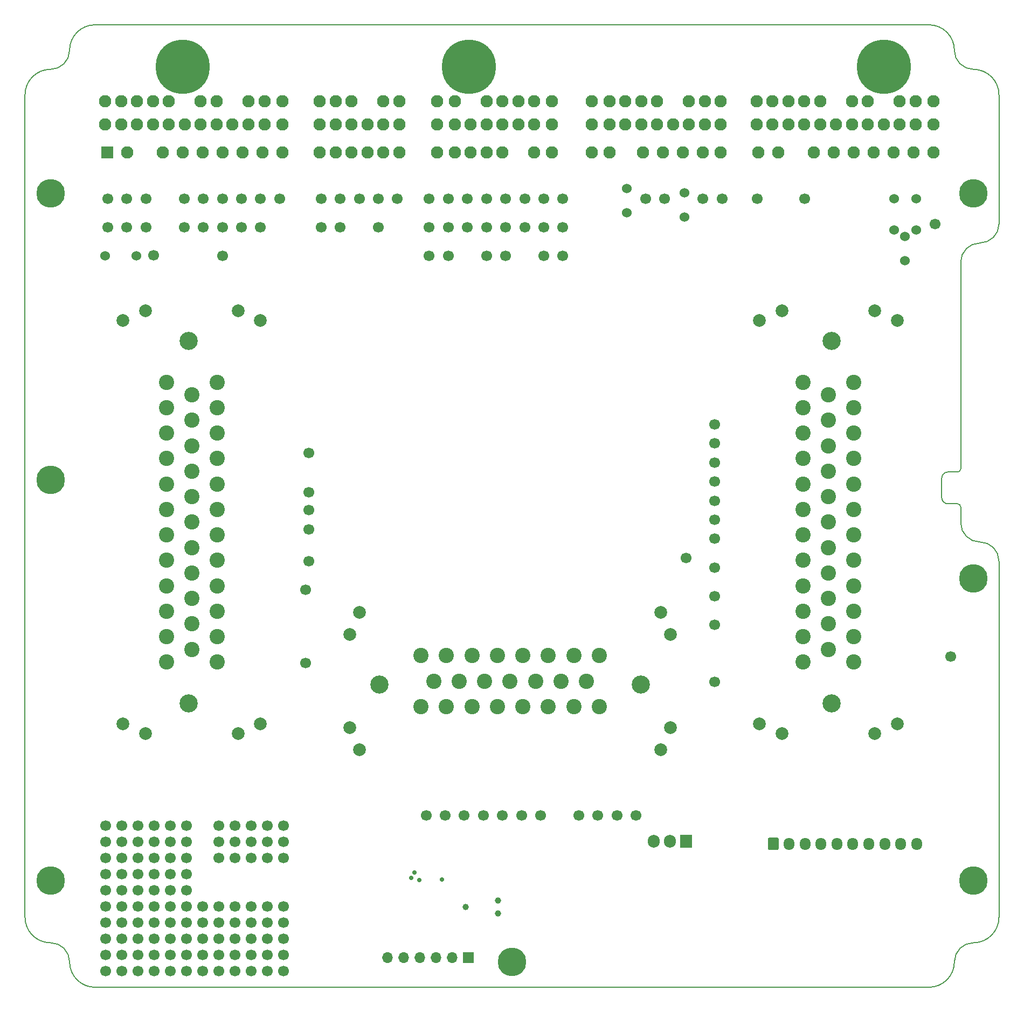
<source format=gbs>
G75*
G70*
%OFA0B0*%
%FSLAX25Y25*%
%IPPOS*%
%LPD*%
%AMOC8*
5,1,8,0,0,1.08239X$1,22.5*
%
%ADD11O,0.06693X0.07677*%
%ADD13C,0.33465*%
%ADD35R,0.07500X0.07874*%
%ADD36C,0.02913*%
%ADD41C,0.06693*%
%ADD42C,0.07874*%
%ADD49R,0.06693X0.06693*%
%ADD58C,0.02362*%
%ADD60O,0.06693X0.06693*%
%ADD61C,0.17717*%
%ADD62C,0.00787*%
%ADD64R,0.07677X0.07677*%
%ADD65C,0.07677*%
%ADD66O,0.07500X0.07874*%
%ADD75C,0.11220*%
%ADD86C,0.09449*%
%ADD88C,0.03900*%
%ADD90C,0.06000*%
X0000000Y0000000D02*
%LPD*%
G01*
D62*
X0015748Y0568110D02*
G75*
G03*
X0027559Y0579921I0000000J0011811D01*
G01*
X0602362Y0472441D02*
X0602362Y0552362D01*
X0027559Y0015748D02*
G75*
G03*
X0043307Y0000000I0015748J0000000D01*
G01*
X0043307Y0595669D02*
X0559055Y0595669D01*
X0586614Y0027559D02*
G75*
G03*
X0602362Y0043307I0000000J0015748D01*
G01*
X0576772Y0299213D02*
X0570866Y0299213D01*
X0043307Y0000000D02*
X0559055Y0000000D01*
X0566929Y0303150D02*
G75*
G03*
X0570866Y0299213I0003937J0000000D01*
G01*
X0015748Y0027559D02*
G75*
G02*
X0000000Y0043307I0000000J0015748D01*
G01*
X0566929Y0303150D02*
X0566929Y0314961D01*
X0578740Y0448819D02*
G75*
G02*
X0590551Y0460630I0011811J0000000D01*
G01*
X0586614Y0027559D02*
G75*
G03*
X0574803Y0015748I0000000J-011811D01*
G01*
X0027559Y0579921D02*
G75*
G02*
X0043307Y0595669I0015748J0000000D01*
G01*
X0000000Y0043307D02*
X0000000Y0552362D01*
X0574803Y0579921D02*
G75*
G03*
X0559055Y0595669I-015748J0000000D01*
G01*
X0590551Y0275591D02*
G75*
G02*
X0602362Y0263780I0000000J-011811D01*
G01*
X0570866Y0318898D02*
X0576772Y0318898D01*
X0015748Y0027559D02*
G75*
G02*
X0027559Y0015748I0000000J-011811D01*
G01*
X0586614Y0568110D02*
G75*
G02*
X0574803Y0579921I0000000J0011811D01*
G01*
X0576772Y0299213D02*
G75*
G02*
X0578740Y0297244I0000000J-001969D01*
G01*
X0576772Y0318898D02*
G75*
G03*
X0578740Y0320866I0000000J0001969D01*
G01*
X0566929Y0314961D02*
G75*
G02*
X0570866Y0318898I0003937J0000000D01*
G01*
X0578740Y0320866D02*
X0578740Y0448819D01*
X0578740Y0287402D02*
X0578740Y0297244D01*
X0590551Y0460630D02*
G75*
G03*
X0602362Y0472441I0000000J0011811D01*
G01*
X0574803Y0015748D02*
G75*
G02*
X0559055Y0000000I-015748J0000000D01*
G01*
X0015748Y0568110D02*
G75*
G03*
X0000000Y0552362I0000000J-015748D01*
G01*
X0578740Y0287402D02*
G75*
G03*
X0590551Y0275591I0011811J0000000D01*
G01*
X0602362Y0043307D02*
X0602362Y0263780D01*
X0586614Y0568110D02*
G75*
G02*
X0602362Y0552362I0000000J-015748D01*
G01*
D41*
X0426575Y0277559D03*
X0285433Y0488189D03*
X0122047Y0452756D03*
X0175394Y0330709D03*
X0206693Y0488189D03*
X0080000Y0060000D03*
X0080000Y0070000D03*
X0080000Y0080000D03*
X0080000Y0090000D03*
X0080000Y0100000D03*
X0090000Y0060000D03*
X0090000Y0070000D03*
X0090000Y0080000D03*
X0090000Y0090000D03*
X0090000Y0100000D03*
X0100000Y0060000D03*
X0100000Y0070000D03*
X0100000Y0080000D03*
X0100000Y0090000D03*
X0100000Y0100000D03*
X0318898Y0106299D03*
X0157480Y0488189D03*
X0366142Y0106299D03*
X0145669Y0470472D03*
X0332677Y0452756D03*
D90*
X0537402Y0487992D03*
X0537402Y0468701D03*
D58*
X0238806Y0067569D03*
X0240873Y0071014D03*
X0243825Y0066388D03*
X0257802Y0066683D03*
D41*
X0426575Y0242126D03*
X0426575Y0224409D03*
X0050000Y0060000D03*
X0050000Y0070000D03*
X0050000Y0080000D03*
X0050000Y0090000D03*
X0050000Y0100000D03*
X0060000Y0060000D03*
X0060000Y0070000D03*
X0060000Y0080000D03*
X0060000Y0090000D03*
X0060000Y0100000D03*
X0070000Y0060000D03*
X0070000Y0070000D03*
X0070000Y0080000D03*
X0070000Y0090000D03*
X0070000Y0100000D03*
X0307087Y0106299D03*
X0160000Y0080000D03*
X0150000Y0080000D03*
X0140000Y0080000D03*
X0130000Y0080000D03*
X0120000Y0080000D03*
X0160000Y0090000D03*
X0150000Y0090000D03*
X0140000Y0090000D03*
X0130000Y0090000D03*
X0120000Y0090000D03*
X0160000Y0100000D03*
X0150000Y0100000D03*
X0140000Y0100000D03*
X0130000Y0100000D03*
X0120000Y0100000D03*
X0332677Y0470472D03*
X0297244Y0488189D03*
X0426575Y0324803D03*
X0297244Y0470472D03*
X0354331Y0106299D03*
D61*
X0015945Y0491339D03*
D41*
X0426575Y0312992D03*
X0273622Y0470472D03*
X0562992Y0472441D03*
X0342520Y0106299D03*
X0183071Y0470472D03*
X0173425Y0246063D03*
D90*
X0551181Y0487992D03*
X0551181Y0468701D03*
D41*
X0248031Y0106299D03*
D90*
X0407874Y0491752D03*
X0407874Y0476752D03*
D41*
X0377953Y0106299D03*
X0261811Y0452756D03*
G36*
G01*
X0459449Y0085925D02*
X0459449Y0091634D01*
G75*
G02*
X0460433Y0092618I0000984J0000000D01*
G01*
X0465157Y0092618D01*
G75*
G02*
X0466142Y0091634I0000000J-000984D01*
G01*
X0466142Y0085925D01*
G75*
G02*
X0465157Y0084941I-000984J0000000D01*
G01*
X0460433Y0084941D01*
G75*
G02*
X0459449Y0085925I0000000J0000984D01*
G01*
G37*
D11*
X0472638Y0088780D03*
X0482480Y0088780D03*
X0492323Y0088780D03*
X0502165Y0088780D03*
X0512008Y0088780D03*
X0521850Y0088780D03*
X0531693Y0088780D03*
X0541535Y0088780D03*
X0551378Y0088780D03*
D61*
X0015945Y0066142D03*
D41*
X0332677Y0488189D03*
X0098425Y0470472D03*
X0297244Y0452756D03*
X0194882Y0470472D03*
X0133858Y0470472D03*
D61*
X0301181Y0015551D03*
D41*
X0122047Y0488189D03*
D61*
X0586417Y0253150D03*
D41*
X0452756Y0488189D03*
D49*
X0274252Y0018504D03*
D60*
X0264252Y0018504D03*
X0254252Y0018504D03*
X0244252Y0018504D03*
X0234252Y0018504D03*
X0224252Y0018504D03*
D41*
X0062992Y0488189D03*
X0383858Y0488189D03*
X0395669Y0488189D03*
D90*
X0544094Y0464587D03*
X0544094Y0449587D03*
D41*
X0283465Y0106299D03*
X0133858Y0488189D03*
X0431102Y0488189D03*
X0218504Y0488189D03*
X0426575Y0301181D03*
X0426378Y0348425D03*
X0230315Y0488189D03*
X0273622Y0488189D03*
X0098425Y0488189D03*
X0320866Y0488189D03*
X0426575Y0188976D03*
X0250000Y0488189D03*
X0426575Y0259843D03*
X0175394Y0263780D03*
X0309055Y0470472D03*
X0218504Y0470472D03*
X0110000Y0010000D03*
X0110000Y0020000D03*
X0110000Y0030000D03*
X0110000Y0040000D03*
X0110000Y0050000D03*
X0120000Y0010000D03*
X0120000Y0020000D03*
X0120000Y0030000D03*
X0120000Y0040000D03*
X0120000Y0050000D03*
X0130000Y0010000D03*
X0130000Y0020000D03*
X0130000Y0030000D03*
X0130000Y0040000D03*
X0130000Y0050000D03*
X0051181Y0488189D03*
X0173425Y0200787D03*
X0050000Y0010000D03*
X0050000Y0020000D03*
X0050000Y0030000D03*
X0050000Y0040000D03*
X0050000Y0050000D03*
X0060000Y0010000D03*
X0060000Y0020000D03*
X0060000Y0030000D03*
X0060000Y0040000D03*
X0060000Y0050000D03*
X0070000Y0010000D03*
X0070000Y0020000D03*
X0070000Y0030000D03*
X0070000Y0040000D03*
X0070000Y0050000D03*
X0309055Y0488189D03*
X0250000Y0452756D03*
X0175394Y0306496D03*
X0080000Y0010000D03*
X0080000Y0020000D03*
X0080000Y0030000D03*
X0080000Y0040000D03*
X0080000Y0050000D03*
X0090000Y0010000D03*
X0090000Y0020000D03*
X0090000Y0030000D03*
X0090000Y0040000D03*
X0090000Y0050000D03*
X0100000Y0010000D03*
X0100000Y0020000D03*
X0100000Y0030000D03*
X0100000Y0040000D03*
X0100000Y0050000D03*
X0320866Y0470472D03*
X0295276Y0106299D03*
X0110236Y0488189D03*
X0261811Y0488189D03*
D61*
X0586417Y0491339D03*
D90*
X0372047Y0494508D03*
X0372047Y0479508D03*
D41*
X0259843Y0106299D03*
X0051181Y0470472D03*
X0122047Y0470472D03*
X0572441Y0204724D03*
X0285433Y0470472D03*
D61*
X0015945Y0314173D03*
D42*
X0131890Y0157185D03*
X0454331Y0412697D03*
D75*
X0219291Y0187500D03*
D42*
X0539370Y0163091D03*
X0393307Y0231988D03*
D75*
X0101181Y0175689D03*
X0498819Y0400098D03*
D42*
X0525591Y0418602D03*
X0200787Y0160728D03*
X0393307Y0146949D03*
X0539370Y0412697D03*
X0468110Y0157185D03*
X0060630Y0412697D03*
X0206693Y0231988D03*
X0200787Y0218209D03*
D75*
X0101181Y0400098D03*
D42*
X0145669Y0163091D03*
D75*
X0498819Y0175689D03*
X0380709Y0187500D03*
D42*
X0399213Y0160728D03*
X0131890Y0418602D03*
X0468110Y0418602D03*
X0074409Y0157185D03*
X0060630Y0163091D03*
X0074409Y0418602D03*
X0454331Y0163091D03*
X0525591Y0157185D03*
X0206693Y0146949D03*
X0145669Y0412697D03*
X0399213Y0218209D03*
D86*
X0512598Y0201280D03*
X0512598Y0217028D03*
X0512598Y0232776D03*
X0512598Y0248524D03*
X0512598Y0264272D03*
X0512598Y0280020D03*
X0512598Y0295768D03*
X0512598Y0311516D03*
X0512598Y0327264D03*
X0512598Y0343012D03*
X0512598Y0358760D03*
X0512598Y0374508D03*
X0496850Y0209154D03*
X0496850Y0224902D03*
X0496850Y0240650D03*
X0496850Y0256398D03*
X0496850Y0272146D03*
X0496850Y0287894D03*
X0496850Y0303642D03*
X0496850Y0319390D03*
X0496850Y0335138D03*
X0496850Y0350886D03*
X0496850Y0366634D03*
X0481102Y0201280D03*
X0481102Y0217028D03*
X0481102Y0232776D03*
X0481102Y0248524D03*
X0481102Y0264272D03*
X0481102Y0280020D03*
X0481102Y0295768D03*
X0481102Y0311516D03*
X0481102Y0327264D03*
X0481102Y0343012D03*
X0481102Y0358760D03*
X0481102Y0374508D03*
X0244882Y0173720D03*
X0260630Y0173720D03*
X0276378Y0173720D03*
X0292126Y0173720D03*
X0307874Y0173720D03*
X0323622Y0173720D03*
X0339370Y0173720D03*
X0355118Y0173720D03*
X0252756Y0189469D03*
X0268504Y0189469D03*
X0284252Y0189469D03*
X0300000Y0189469D03*
X0315748Y0189469D03*
X0331496Y0189469D03*
X0347244Y0189469D03*
X0244882Y0205217D03*
X0260630Y0205217D03*
X0276378Y0205217D03*
X0292126Y0205217D03*
X0307874Y0205217D03*
X0323622Y0205217D03*
X0339370Y0205217D03*
X0355118Y0205217D03*
X0087402Y0374508D03*
X0087402Y0358760D03*
X0087402Y0343012D03*
X0087402Y0327264D03*
X0087402Y0311516D03*
X0087402Y0295768D03*
X0087402Y0280020D03*
X0087402Y0264272D03*
X0087402Y0248524D03*
X0087402Y0232776D03*
X0087402Y0217028D03*
X0087402Y0201280D03*
X0103150Y0366634D03*
X0103150Y0350886D03*
X0103150Y0335138D03*
X0103150Y0319390D03*
X0103150Y0303642D03*
X0103150Y0287894D03*
X0103150Y0272146D03*
X0103150Y0256398D03*
X0103150Y0240650D03*
X0103150Y0224902D03*
X0103150Y0209154D03*
X0118898Y0374508D03*
X0118898Y0358760D03*
X0118898Y0343012D03*
X0118898Y0327264D03*
X0118898Y0311516D03*
X0118898Y0295768D03*
X0118898Y0280020D03*
X0118898Y0264272D03*
X0118898Y0248524D03*
X0118898Y0232776D03*
X0118898Y0217028D03*
X0118898Y0201280D03*
D41*
X0175394Y0295276D03*
X0419291Y0488189D03*
X0079528Y0453150D03*
X0271654Y0106299D03*
X0110236Y0470472D03*
X0320866Y0452756D03*
X0175394Y0283465D03*
X0408858Y0265748D03*
X0261811Y0470472D03*
X0482283Y0488189D03*
D90*
X0049409Y0452756D03*
X0068701Y0452756D03*
D41*
X0183071Y0488189D03*
X0285433Y0452756D03*
X0145669Y0488189D03*
D61*
X0586417Y0066142D03*
D65*
X0561811Y0516732D03*
X0549488Y0516732D03*
X0537165Y0516732D03*
X0524843Y0516732D03*
X0512520Y0516732D03*
X0500197Y0516732D03*
X0487874Y0516732D03*
X0465866Y0516732D03*
X0453543Y0516732D03*
X0561811Y0534055D03*
X0550787Y0534055D03*
X0540945Y0534055D03*
X0531102Y0534055D03*
X0521260Y0534055D03*
X0511417Y0534055D03*
X0501575Y0534055D03*
X0491732Y0534055D03*
X0481890Y0534055D03*
X0472047Y0534055D03*
X0462205Y0534055D03*
X0452362Y0534055D03*
X0561811Y0548228D03*
X0550787Y0548228D03*
X0540945Y0548228D03*
X0521260Y0548228D03*
X0511417Y0548228D03*
X0491732Y0548228D03*
X0481890Y0548228D03*
X0472047Y0548228D03*
X0462205Y0548228D03*
X0452362Y0548228D03*
X0430315Y0516732D03*
X0419291Y0516732D03*
X0406969Y0516732D03*
X0394646Y0516732D03*
X0382323Y0516732D03*
X0361417Y0516732D03*
X0350394Y0516732D03*
X0430315Y0534055D03*
X0420472Y0534055D03*
X0410630Y0534055D03*
X0400787Y0534055D03*
X0390945Y0534055D03*
X0381102Y0534055D03*
X0371260Y0534055D03*
X0361417Y0534055D03*
X0350394Y0534055D03*
X0430315Y0548228D03*
X0420472Y0548228D03*
X0410630Y0548228D03*
X0390945Y0548228D03*
X0381102Y0548228D03*
X0371260Y0548228D03*
X0361417Y0548228D03*
X0350394Y0548228D03*
X0325984Y0516732D03*
X0314961Y0516732D03*
X0295276Y0516732D03*
X0285433Y0516732D03*
X0275591Y0516732D03*
X0265748Y0516732D03*
X0254724Y0516732D03*
X0325984Y0534055D03*
X0314961Y0534055D03*
X0305118Y0534055D03*
X0295276Y0534055D03*
X0285433Y0534055D03*
X0275591Y0534055D03*
X0265748Y0534055D03*
X0254724Y0534055D03*
X0325984Y0548228D03*
X0314961Y0548228D03*
X0305118Y0548228D03*
X0295276Y0548228D03*
X0285433Y0548228D03*
X0265748Y0548228D03*
X0254724Y0548228D03*
X0231496Y0516732D03*
X0221654Y0516732D03*
X0211811Y0516732D03*
X0201969Y0516732D03*
X0192126Y0516732D03*
X0182283Y0516732D03*
X0231496Y0534055D03*
X0221654Y0534055D03*
X0211811Y0534055D03*
X0201969Y0534055D03*
X0192126Y0534055D03*
X0182283Y0534055D03*
X0231496Y0548228D03*
X0221654Y0548228D03*
X0201969Y0548228D03*
X0192126Y0548228D03*
X0182283Y0548228D03*
X0159055Y0516732D03*
X0146732Y0516732D03*
X0134409Y0516732D03*
X0122087Y0516732D03*
X0109764Y0516732D03*
X0097441Y0516732D03*
X0085118Y0516732D03*
X0063110Y0516732D03*
D64*
X0050787Y0516732D03*
D65*
X0159055Y0534055D03*
X0148031Y0534055D03*
X0138189Y0534055D03*
X0128346Y0534055D03*
X0118504Y0534055D03*
X0108661Y0534055D03*
X0098819Y0534055D03*
X0088976Y0534055D03*
X0079134Y0534055D03*
X0069291Y0534055D03*
X0059449Y0534055D03*
X0049606Y0534055D03*
X0159055Y0548228D03*
X0148031Y0548228D03*
X0138189Y0548228D03*
X0118504Y0548228D03*
X0108661Y0548228D03*
X0088976Y0548228D03*
X0079134Y0548228D03*
X0069291Y0548228D03*
X0059449Y0548228D03*
X0049606Y0548228D03*
D13*
X0097638Y0569685D03*
X0274409Y0569685D03*
X0531102Y0569685D03*
D41*
X0426575Y0289370D03*
X0074803Y0470472D03*
X0140000Y0010000D03*
X0140000Y0020000D03*
X0140000Y0030000D03*
X0140000Y0040000D03*
X0140000Y0050000D03*
X0150000Y0010000D03*
X0150000Y0020000D03*
X0150000Y0030000D03*
X0150000Y0040000D03*
X0150000Y0050000D03*
X0160000Y0010000D03*
X0160000Y0020000D03*
X0160000Y0030000D03*
X0160000Y0040000D03*
X0160000Y0050000D03*
X0062992Y0470472D03*
X0426378Y0336614D03*
X0250000Y0470472D03*
X0194882Y0488189D03*
X0074803Y0488189D03*
X0268307Y0038878D02*
%LPD*%
G01*
D35*
X0409016Y0090453D03*
D66*
X0399016Y0090453D03*
X0389016Y0090453D03*
D88*
X0272480Y0049705D03*
X0292480Y0045705D03*
X0292480Y0053705D03*
X0233392Y0097884D02*
G01*
G75*
D36*
X0257801Y0066683D02*
D03*
X0243825Y0066388D02*
D03*
X0238805Y0067569D02*
D03*
X0240872Y0071014D02*
D03*
M02*

</source>
